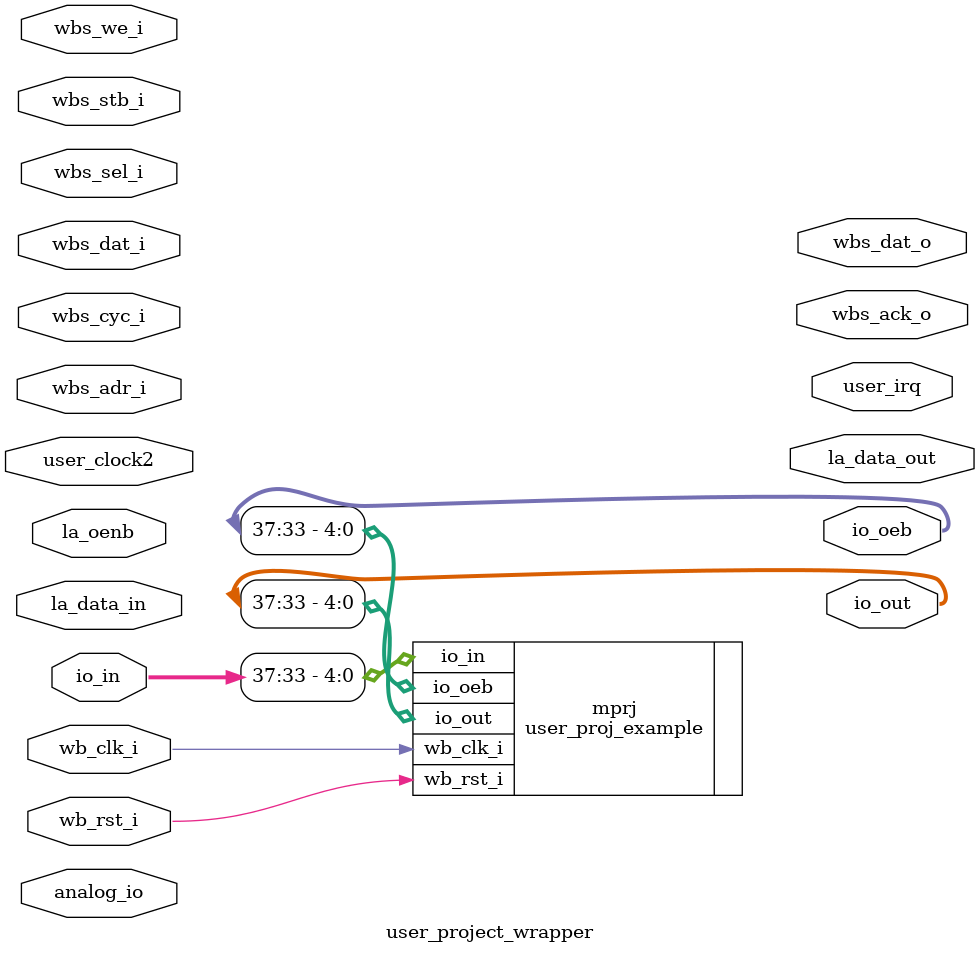
<source format=v>
module user_project_wrapper (user_clock2,
    wb_clk_i,
    wb_rst_i,
    wbs_ack_o,
    wbs_cyc_i,
    wbs_stb_i,
    wbs_we_i,
    analog_io,
    io_in,
    io_oeb,
    io_out,
    la_data_in,
    la_data_out,
    la_oenb,
    user_irq,
    wbs_adr_i,
    wbs_dat_i,
    wbs_dat_o,
    wbs_sel_i);
 input user_clock2;
 input wb_clk_i;
 input wb_rst_i;
 output wbs_ack_o;
 input wbs_cyc_i;
 input wbs_stb_i;
 input wbs_we_i;
 inout [28:0] analog_io;
 input [37:0] io_in;
 output [37:0] io_oeb;
 output [37:0] io_out;
 input [127:0] la_data_in;
 output [127:0] la_data_out;
 input [127:0] la_oenb;
 output [2:0] user_irq;
 input [31:0] wbs_adr_i;
 input [31:0] wbs_dat_i;
 output [31:0] wbs_dat_o;
 input [3:0] wbs_sel_i;


 user_proj_example mprj (.wb_clk_i(wb_clk_i),
    .wb_rst_i(wb_rst_i),
    .io_in({io_in[37],
    io_in[36],
    io_in[35],
    io_in[34],
    io_in[33]}),
    .io_oeb({io_oeb[37],
    io_oeb[36],
    io_oeb[35],
    io_oeb[34],
    io_oeb[33]}),
    .io_out({io_out[37],
    io_out[36],
    io_out[35],
    io_out[34],
    io_out[33]}));
endmodule


</source>
